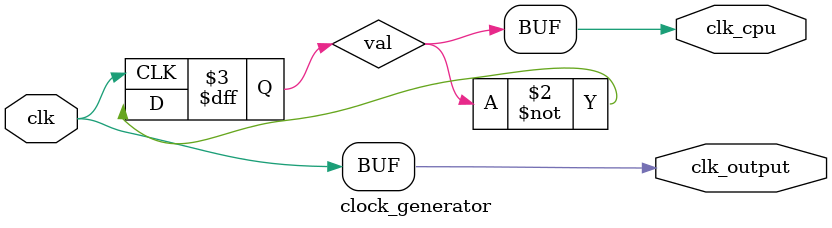
<source format=v>

`default_nettype none

module clock_generator (
    input  wire       clk,
    output  wire       clk_cpu,
    output  wire       clk_output
);
    reg val;
    assign clk_cpu = val;
    assign clk_output = clk;
    
    always @(posedge clk) begin
        val <= ~val;
    end
    

endmodule

</source>
